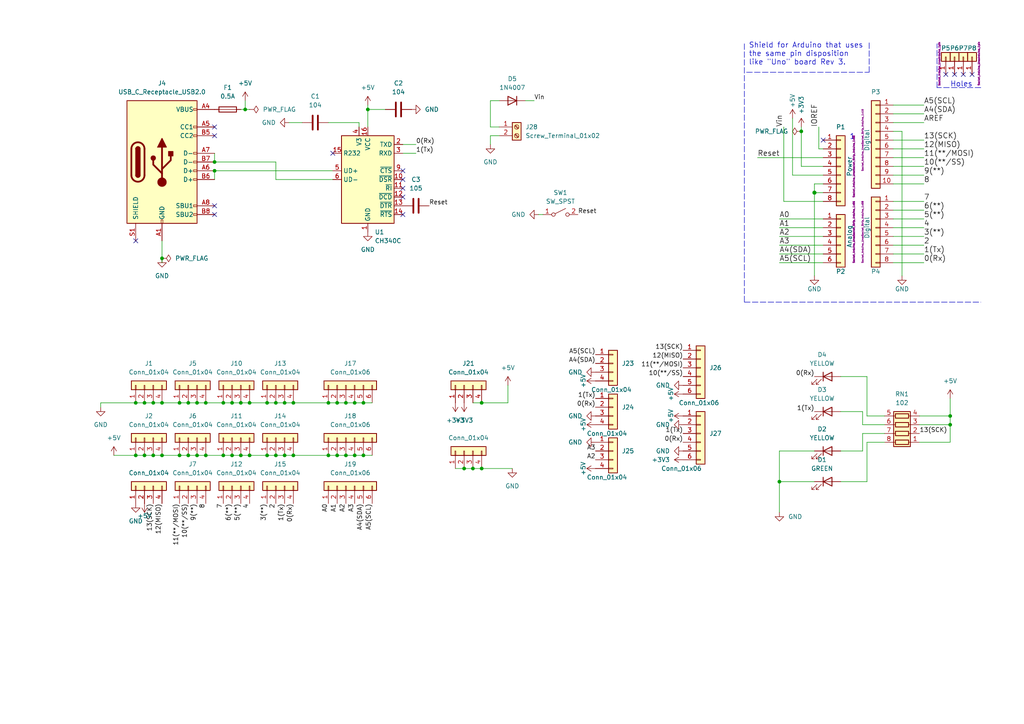
<source format=kicad_sch>
(kicad_sch (version 20211123) (generator eeschema)
  (paper "A4")
  (title_block (title "Type-c IO Shield For UNO") (date "2022-03-02") (rev "1.0") (company "St.kai") (comment 1 "Copyright © 2022 St.kai.") (comment 2 "Available under the GNU General Public License v3.0 or later."))
  (lib_symbols
    (symbol "Connector:Screw_Terminal_01x02" (pin_names (offset 1.016) hide)
      (property "Reference" "J" (at 0 2.54 0))
      (property "Value" "Screw_Terminal_01x02" (at 0 -5.08 0))
      (symbol "Screw_Terminal_01x02_1_1"
        (rectangle (start -1.27 1.27) (end 1.27 -3.81) (stroke (width 0.254)) (fill (type background)))
        (circle (center 0 -2.54) (radius 0.635) (stroke (width 0.1524)))
        (polyline (pts (xy -0.5334 -2.2098) (xy 0.3302 -3.048)) (stroke (width 0.1524)))
        (polyline (pts (xy -0.5334 0.3302) (xy 0.3302 -0.508)) (stroke (width 0.1524)))
        (polyline (pts (xy -0.3556 -2.032) (xy 0.508 -2.8702)) (stroke (width 0.1524)))
        (polyline (pts (xy -0.3556 0.508) (xy 0.508 -0.3302)) (stroke (width 0.1524)))
        (circle (center 0 0) (radius 0.635) (stroke (width 0.1524)))
        (pin passive line (at -5.08 0 0) (length 3.81) (name "Pin_1") (number "1"))
        (pin passive line (at -5.08 -2.54 0) (length 3.81) (name "Pin_2") (number "2"))
      )
    )
    (symbol "Connector:USB_C_Receptacle_USB2.0" (pin_names (offset 1.016))
      (property "Reference" "J" (at -10.16 19.05 0))
      (property "Value" "USB_C_Receptacle_USB2.0" (at 19.05 19.05 0))
      (symbol "USB_C_Receptacle_USB2.0_0_0"
        (rectangle (start -0.254 -17.78) (end 0.254 -16.764))
        (rectangle (start 10.16 -14.986) (end 9.144 -15.494))
        (rectangle (start 10.16 -12.446) (end 9.144 -12.954))
        (rectangle (start 10.16 -4.826) (end 9.144 -5.334))
        (rectangle (start 10.16 -2.286) (end 9.144 -2.794))
        (rectangle (start 10.16 0.254) (end 9.144 -0.254))
        (rectangle (start 10.16 2.794) (end 9.144 2.286))
        (rectangle (start 10.16 7.874) (end 9.144 7.366))
        (rectangle (start 10.16 10.414) (end 9.144 9.906))
        (rectangle (start 10.16 15.494) (end 9.144 14.986))
      )
      (symbol "USB_C_Receptacle_USB2.0_0_1"
        (rectangle (start -10.16 17.78) (end 10.16 -17.78) (stroke (width 0.254)) (fill (type background)))
        (arc (start -8.89 -3.81) (mid -6.985 -5.715) (end -5.08 -3.81) (stroke (width 0.508)))
        (arc (start -7.62 -3.81) (mid -6.985 -4.445) (end -6.35 -3.81) (stroke (width 0.254)))
        (arc (start -7.62 -3.81) (mid -6.985 -4.445) (end -6.35 -3.81) (stroke (width 0.254)) (fill (type outline)))
        (rectangle (start -7.62 -3.81) (end -6.35 3.81) (stroke (width 0.254)) (fill (type outline)))
        (arc (start -6.35 3.81) (mid -6.985 4.445) (end -7.62 3.81) (stroke (width 0.254)))
        (arc (start -6.35 3.81) (mid -6.985 4.445) (end -7.62 3.81) (stroke (width 0.254)) (fill (type outline)))
        (arc (start -5.08 3.81) (mid -6.985 5.715) (end -8.89 3.81) (stroke (width 0.508)))
        (circle (center -2.54 1.143) (radius 0.635) (stroke (width 0.254)) (fill (type outline)))
        (circle (center 0 -5.842) (radius 1.27) (fill (type outline)))
        (polyline (pts (xy -8.89 -3.81) (xy -8.89 3.81)) (stroke (width 0.508)))
        (polyline (pts (xy -5.08 3.81) (xy -5.08 -3.81)) (stroke (width 0.508)))
        (polyline (pts (xy 0 -5.842) (xy 0 4.318)) (stroke (width 0.508)))
        (polyline (pts (xy 0 -3.302) (xy -2.54 -0.762) (xy -2.54 0.508)) (stroke (width 0.508)))
        (polyline (pts (xy 0 -2.032) (xy 2.54 0.508) (xy 2.54 1.778)) (stroke (width 0.508)))
        (polyline (pts (xy -1.27 4.318) (xy 0 6.858) (xy 1.27 4.318) (xy -1.27 4.318)) (stroke (width 0.254)) (fill (type outline)))
        (rectangle (start 1.905 1.778) (end 3.175 3.048) (stroke (width 0.254)) (fill (type outline)))
      )
      (symbol "USB_C_Receptacle_USB2.0_1_1"
        (pin passive line (at 0 -22.86 90) (length 5.08) (name "GND") (number "A1"))
        (pin passive line (at 0 -22.86 90) (length 5.08) hide (name "GND") (number "A12"))
        (pin passive line (at 15.24 15.24 180) (length 5.08) (name "VBUS") (number "A4"))
        (pin bidirectional line (at 15.24 10.16 180) (length 5.08) (name "CC1") (number "A5"))
        (pin bidirectional line (at 15.24 -2.54 180) (length 5.08) (name "D+") (number "A6"))
        (pin bidirectional line (at 15.24 2.54 180) (length 5.08) (name "D-") (number "A7"))
        (pin bidirectional line (at 15.24 -12.7 180) (length 5.08) (name "SBU1") (number "A8"))
        (pin passive line (at 15.24 15.24 180) (length 5.08) hide (name "VBUS") (number "A9"))
        (pin passive line (at 0 -22.86 90) (length 5.08) hide (name "GND") (number "B1"))
        (pin passive line (at 0 -22.86 90) (length 5.08) hide (name "GND") (number "B12"))
        (pin passive line (at 15.24 15.24 180) (length 5.08) hide (name "VBUS") (number "B4"))
        (pin bidirectional line (at 15.24 7.62 180) (length 5.08) (name "CC2") (number "B5"))
        (pin bidirectional line (at 15.24 -5.08 180) (length 5.08) (name "D+") (number "B6"))
        (pin bidirectional line (at 15.24 0 180) (length 5.08) (name "D-") (number "B7"))
        (pin bidirectional line (at 15.24 -15.24 180) (length 5.08) (name "SBU2") (number "B8"))
        (pin passive line (at 15.24 15.24 180) (length 5.08) hide (name "VBUS") (number "B9"))
        (pin passive line (at -7.62 -22.86 90) (length 5.08) (name "SHIELD") (number "S1"))
      )
    )
    (symbol "Connector_Generic:Conn_01x01" (pin_names (offset 1.016) hide)
      (property "Reference" "J" (at 0 2.54 0))
      (property "Value" "Conn_01x01" (at 0 -2.54 0))
      (symbol "Conn_01x01_1_1"
        (rectangle (start -1.27 0.127) (end 0 -0.127) (stroke (width 0.1524)))
        (rectangle (start -1.27 1.27) (end 1.27 -1.27) (stroke (width 0.254)) (fill (type background)))
        (pin passive line (at -5.08 0 0) (length 3.81) (name "Pin_1") (number "1"))
      )
    )
    (symbol "Connector_Generic:Conn_01x04" (pin_names (offset 1.016) hide)
      (property "Reference" "J" (at 0 5.08 0))
      (property "Value" "Conn_01x04" (at 0 -7.62 0))
      (symbol "Conn_01x04_1_1"
        (rectangle (start -1.27 -4.953) (end 0 -5.207) (stroke (width 0.1524)))
        (rectangle (start -1.27 -2.413) (end 0 -2.667) (stroke (width 0.1524)))
        (rectangle (start -1.27 0.127) (end 0 -0.127) (stroke (width 0.1524)))
        (rectangle (start -1.27 2.667) (end 0 2.413) (stroke (width 0.1524)))
        (rectangle (start -1.27 3.81) (end 1.27 -6.35) (stroke (width 0.254)) (fill (type background)))
        (pin passive line (at -5.08 2.54 0) (length 3.81) (name "Pin_1") (number "1"))
        (pin passive line (at -5.08 0 0) (length 3.81) (name "Pin_2") (number "2"))
        (pin passive line (at -5.08 -2.54 0) (length 3.81) (name "Pin_3") (number "3"))
        (pin passive line (at -5.08 -5.08 0) (length 3.81) (name "Pin_4") (number "4"))
      )
    )
    (symbol "Connector_Generic:Conn_01x06" (pin_names (offset 1.016) hide)
      (property "Reference" "J" (at 0 7.62 0))
      (property "Value" "Conn_01x06" (at 0 -10.16 0))
      (symbol "Conn_01x06_1_1"
        (rectangle (start -1.27 -7.493) (end 0 -7.747) (stroke (width 0.1524)))
        (rectangle (start -1.27 -4.953) (end 0 -5.207) (stroke (width 0.1524)))
        (rectangle (start -1.27 -2.413) (end 0 -2.667) (stroke (width 0.1524)))
        (rectangle (start -1.27 0.127) (end 0 -0.127) (stroke (width 0.1524)))
        (rectangle (start -1.27 2.667) (end 0 2.413) (stroke (width 0.1524)))
        (rectangle (start -1.27 5.207) (end 0 4.953) (stroke (width 0.1524)))
        (rectangle (start -1.27 6.35) (end 1.27 -8.89) (stroke (width 0.254)) (fill (type background)))
        (pin passive line (at -5.08 5.08 0) (length 3.81) (name "Pin_1") (number "1"))
        (pin passive line (at -5.08 2.54 0) (length 3.81) (name "Pin_2") (number "2"))
        (pin passive line (at -5.08 0 0) (length 3.81) (name "Pin_3") (number "3"))
        (pin passive line (at -5.08 -2.54 0) (length 3.81) (name "Pin_4") (number "4"))
        (pin passive line (at -5.08 -5.08 0) (length 3.81) (name "Pin_5") (number "5"))
        (pin passive line (at -5.08 -7.62 0) (length 3.81) (name "Pin_6") (number "6"))
      )
    )
    (symbol "Connector_Generic:Conn_01x08" (pin_names (offset 1.016) hide)
      (property "Reference" "J" (at 0 10.16 0))
      (property "Value" "Conn_01x08" (at 0 -12.7 0))
      (symbol "Conn_01x08_1_1"
        (rectangle (start -1.27 -10.033) (end 0 -10.287) (stroke (width 0.1524)))
        (rectangle (start -1.27 -7.493) (end 0 -7.747) (stroke (width 0.1524)))
        (rectangle (start -1.27 -4.953) (end 0 -5.207) (stroke (width 0.1524)))
        (rectangle (start -1.27 -2.413) (end 0 -2.667) (stroke (width 0.1524)))
        (rectangle (start -1.27 0.127) (end 0 -0.127) (stroke (width 0.1524)))
        (rectangle (start -1.27 2.667) (end 0 2.413) (stroke (width 0.1524)))
        (rectangle (start -1.27 5.207) (end 0 4.953) (stroke (width 0.1524)))
        (rectangle (start -1.27 7.747) (end 0 7.493) (stroke (width 0.1524)))
        (rectangle (start -1.27 8.89) (end 1.27 -11.43) (stroke (width 0.254)) (fill (type background)))
        (pin passive line (at -5.08 7.62 0) (length 3.81) (name "Pin_1") (number "1"))
        (pin passive line (at -5.08 5.08 0) (length 3.81) (name "Pin_2") (number "2"))
        (pin passive line (at -5.08 2.54 0) (length 3.81) (name "Pin_3") (number "3"))
        (pin passive line (at -5.08 0 0) (length 3.81) (name "Pin_4") (number "4"))
        (pin passive line (at -5.08 -2.54 0) (length 3.81) (name "Pin_5") (number "5"))
        (pin passive line (at -5.08 -5.08 0) (length 3.81) (name "Pin_6") (number "6"))
        (pin passive line (at -5.08 -7.62 0) (length 3.81) (name "Pin_7") (number "7"))
        (pin passive line (at -5.08 -10.16 0) (length 3.81) (name "Pin_8") (number "8"))
      )
    )
    (symbol "Connector_Generic:Conn_01x10" (pin_names (offset 1.016) hide)
      (property "Reference" "J" (at 0 12.7 0))
      (property "Value" "Conn_01x10" (at 0 -15.24 0))
      (symbol "Conn_01x10_1_1"
        (rectangle (start -1.27 -12.573) (end 0 -12.827) (stroke (width 0.1524)))
        (rectangle (start -1.27 -10.033) (end 0 -10.287) (stroke (width 0.1524)))
        (rectangle (start -1.27 -7.493) (end 0 -7.747) (stroke (width 0.1524)))
        (rectangle (start -1.27 -4.953) (end 0 -5.207) (stroke (width 0.1524)))
        (rectangle (start -1.27 -2.413) (end 0 -2.667) (stroke (width 0.1524)))
        (rectangle (start -1.27 0.127) (end 0 -0.127) (stroke (width 0.1524)))
        (rectangle (start -1.27 2.667) (end 0 2.413) (stroke (width 0.1524)))
        (rectangle (start -1.27 5.207) (end 0 4.953) (stroke (width 0.1524)))
        (rectangle (start -1.27 7.747) (end 0 7.493) (stroke (width 0.1524)))
        (rectangle (start -1.27 10.287) (end 0 10.033) (stroke (width 0.1524)))
        (rectangle (start -1.27 11.43) (end 1.27 -13.97) (stroke (width 0.254)) (fill (type background)))
        (pin passive line (at -5.08 10.16 0) (length 3.81) (name "Pin_1") (number "1"))
        (pin passive line (at -5.08 -12.7 0) (length 3.81) (name "Pin_10") (number "10"))
        (pin passive line (at -5.08 7.62 0) (length 3.81) (name "Pin_2") (number "2"))
        (pin passive line (at -5.08 5.08 0) (length 3.81) (name "Pin_3") (number "3"))
        (pin passive line (at -5.08 2.54 0) (length 3.81) (name "Pin_4") (number "4"))
        (pin passive line (at -5.08 0 0) (length 3.81) (name "Pin_5") (number "5"))
        (pin passive line (at -5.08 -2.54 0) (length 3.81) (name "Pin_6") (number "6"))
        (pin passive line (at -5.08 -5.08 0) (length 3.81) (name "Pin_7") (number "7"))
        (pin passive line (at -5.08 -7.62 0) (length 3.81) (name "Pin_8") (number "8"))
        (pin passive line (at -5.08 -10.16 0) (length 3.81) (name "Pin_9") (number "9"))
      )
    )
    (symbol "Device:C" (pin_numbers hide) (pin_names (offset 0.254))
      (property "Reference" "C" (at 0.635 2.54 0))
      (property "Value" "C" (at 0.635 -2.54 0))
      (symbol "C_0_1"
        (polyline (pts (xy -2.032 -0.762) (xy 2.032 -0.762)) (stroke (width 0.508)))
        (polyline (pts (xy -2.032 0.762) (xy 2.032 0.762)) (stroke (width 0.508)))
      )
      (symbol "C_1_1"
        (pin passive line (at 0 3.81 270) (length 2.794) (name "~") (number "1"))
        (pin passive line (at 0 -3.81 90) (length 2.794) (name "~") (number "2"))
      )
    )
    (symbol "Device:Fuse" (pin_numbers hide) (pin_names (offset 0))
      (property "Reference" "F" (at 2.032 0 90))
      (property "Value" "Fuse" (at -1.905 0 90))
      (symbol "Fuse_0_1"
        (rectangle (start -0.762 -2.54) (end 0.762 2.54) (stroke (width 0.254)))
        (polyline (pts (xy 0 2.54) (xy 0 -2.54)))
      )
      (symbol "Fuse_1_1"
        (pin passive line (at 0 3.81 270) (length 1.27) (name "~") (number "1"))
        (pin passive line (at 0 -3.81 90) (length 1.27) (name "~") (number "2"))
      )
    )
    (symbol "Device:LED" (pin_numbers hide) (pin_names (offset 1.016) hide)
      (property "Reference" "D" (at 0 2.54 0))
      (property "Value" "LED" (at 0 -2.54 0))
      (symbol "LED_0_1"
        (polyline (pts (xy -1.27 -1.27) (xy -1.27 1.27)) (stroke (width 0.254)))
        (polyline (pts (xy -1.27 0) (xy 1.27 0)))
        (polyline (pts (xy 1.27 -1.27) (xy 1.27 1.27) (xy -1.27 0) (xy 1.27 -1.27)) (stroke (width 0.254)))
        (polyline (pts (xy -3.048 -0.762) (xy -4.572 -2.286) (xy -3.81 -2.286) (xy -4.572 -2.286) (xy -4.572 -1.524)))
        (polyline (pts (xy -1.778 -0.762) (xy -3.302 -2.286) (xy -2.54 -2.286) (xy -3.302 -2.286) (xy -3.302 -1.524)))
      )
      (symbol "LED_1_1"
        (pin passive line (at -3.81 0 0) (length 2.54) (name "K") (number "1"))
        (pin passive line (at 3.81 0 180) (length 2.54) (name "A") (number "2"))
      )
    )
    (symbol "Device:R_Pack04" (pin_names (offset 0) hide)
      (property "Reference" "RN" (at -7.62 0 90))
      (property "Value" "R_Pack04" (at 5.08 0 90))
      (symbol "R_Pack04_0_1"
        (rectangle (start -6.35 -2.413) (end 3.81 2.413) (stroke (width 0.254)) (fill (type background)))
        (rectangle (start -5.715 1.905) (end -4.445 -1.905) (stroke (width 0.254)))
        (rectangle (start -3.175 1.905) (end -1.905 -1.905) (stroke (width 0.254)))
        (rectangle (start -0.635 1.905) (end 0.635 -1.905) (stroke (width 0.254)))
        (polyline (pts (xy -5.08 -2.54) (xy -5.08 -1.905)))
        (polyline (pts (xy -5.08 1.905) (xy -5.08 2.54)))
        (polyline (pts (xy -2.54 -2.54) (xy -2.54 -1.905)))
        (polyline (pts (xy -2.54 1.905) (xy -2.54 2.54)))
        (polyline (pts (xy 0 -2.54) (xy 0 -1.905)))
        (polyline (pts (xy 0 1.905) (xy 0 2.54)))
        (polyline (pts (xy 2.54 -2.54) (xy 2.54 -1.905)))
        (polyline (pts (xy 2.54 1.905) (xy 2.54 2.54)))
        (rectangle (start 1.905 1.905) (end 3.175 -1.905) (stroke (width 0.254)))
      )
      (symbol "R_Pack04_1_1"
        (pin passive line (at -5.08 -5.08 90) (length 2.54) (name "R1.1") (number "1"))
        (pin passive line (at -2.54 -5.08 90) (length 2.54) (name "R2.1") (number "2"))
        (pin passive line (at 0 -5.08 90) (length 2.54) (name "R3.1") (number "3"))
        (pin passive line (at 2.54 -5.08 90) (length 2.54) (name "R4.1") (number "4"))
        (pin passive line (at 2.54 5.08 270) (length 2.54) (name "R4.2") (number "5"))
        (pin passive line (at 0 5.08 270) (length 2.54) (name "R3.2") (number "6"))
        (pin passive line (at -2.54 5.08 270) (length 2.54) (name "R2.2") (number "7"))
        (pin passive line (at -5.08 5.08 270) (length 2.54) (name "R1.2") (number "8"))
      )
    )
    (symbol "Diode:1N4007" (pin_numbers hide) (pin_names (offset 1.016) hide)
      (property "Reference" "D" (at 0 2.54 0))
      (property "Value" "1N4007" (at 0 -2.54 0))
      (symbol "1N4007_0_1"
        (polyline (pts (xy -1.27 1.27) (xy -1.27 -1.27)) (stroke (width 0.254)))
        (polyline (pts (xy 1.27 0) (xy -1.27 0)))
        (polyline (pts (xy 1.27 1.27) (xy 1.27 -1.27) (xy -1.27 0) (xy 1.27 1.27)) (stroke (width 0.254)))
      )
      (symbol "1N4007_1_1"
        (pin passive line (at -3.81 0 0) (length 2.54) (name "K") (number "1"))
        (pin passive line (at 3.81 0 180) (length 2.54) (name "A") (number "2"))
      )
    )
    (symbol "Interface_USB:CH340C"
      (property "Reference" "U" (at -5.08 13.97 0))
      (property "Value" "CH340C" (at 1.27 13.97 0))
      (symbol "CH340C_0_1"
        (rectangle (start -7.62 12.7) (end 7.62 -12.7) (stroke (width 0.254)) (fill (type background)))
      )
      (symbol "CH340C_1_1"
        (pin power_in line (at 0 -15.24 90) (length 2.54) (name "GND") (number "1"))
        (pin input line (at 10.16 0 180) (length 2.54) (name "~{DSR}") (number "10"))
        (pin input line (at 10.16 -2.54 180) (length 2.54) (name "~{RI}") (number "11"))
        (pin input line (at 10.16 -5.08 180) (length 2.54) (name "~{DCD}") (number "12"))
        (pin output line (at 10.16 -7.62 180) (length 2.54) (name "~{DTR}") (number "13"))
        (pin output line (at 10.16 -10.16 180) (length 2.54) (name "~{RTS}") (number "14"))
        (pin input line (at -10.16 7.62 0) (length 2.54) (name "R232") (number "15"))
        (pin power_in line (at 0 15.24 270) (length 2.54) (name "VCC") (number "16"))
        (pin output line (at 10.16 10.16 180) (length 2.54) (name "TXD") (number "2"))
        (pin input line (at 10.16 7.62 180) (length 2.54) (name "RXD") (number "3"))
        (pin passive line (at -2.54 15.24 270) (length 2.54) (name "V3") (number "4"))
        (pin bidirectional line (at -10.16 2.54 0) (length 2.54) (name "UD+") (number "5"))
        (pin bidirectional line (at -10.16 0 0) (length 2.54) (name "UD-") (number "6"))
        (pin no_connect line (at -7.62 -7.62 0) (length 2.54) hide (name "NC") (number "7"))
        (pin no_connect line (at -7.62 -10.16 0) (length 2.54) hide (name "NC") (number "8"))
        (pin input line (at 10.16 2.54 180) (length 2.54) (name "~{CTS}") (number "9"))
      )
    )
    (symbol "Switch:SW_SPST" (pin_names (offset 0) hide)
      (property "Reference" "SW" (at 0 3.175 0))
      (property "Value" "SW_SPST" (at 0 -2.54 0))
      (symbol "SW_SPST_0_0"
        (circle (center -2.032 0) (radius 0.508))
        (polyline (pts (xy -1.524 0.254) (xy 1.524 1.778)))
        (circle (center 2.032 0) (radius 0.508))
      )
      (symbol "SW_SPST_1_1"
        (pin passive line (at -5.08 0 0) (length 2.54) (name "A") (number "1"))
        (pin passive line (at 5.08 0 180) (length 2.54) (name "B") (number "2"))
      )
    )
    (symbol "power:+3.3V" (power) (pin_names (offset 0))
      (property "Value" "+3.3V" (at 0 3.556 0))
      (symbol "+3.3V_0_1"
        (polyline (pts (xy -0.762 1.27) (xy 0 2.54)))
        (polyline (pts (xy 0 0) (xy 0 2.54)))
        (polyline (pts (xy 0 2.54) (xy 0.762 1.27)))
      )
      (symbol "+3.3V_1_1"
        (pin power_in line (at 0 0 90) (length 0) hide (name "+3V3") (number "1"))
      )
    )
    (symbol "power:+5V" (power) (pin_names (offset 0))
      (property "Value" "+5V" (at 0 3.556 0))
      (symbol "+5V_0_1"
        (polyline (pts (xy -0.762 1.27) (xy 0 2.54)))
        (polyline (pts (xy 0 0) (xy 0 2.54)))
        (polyline (pts (xy 0 2.54) (xy 0.762 1.27)))
      )
      (symbol "+5V_1_1"
        (pin power_in line (at 0 0 90) (length 0) hide (name "+5V") (number "1"))
      )
    )
    (symbol "power:GND" (power) (pin_names (offset 0))
      (property "Value" "GND" (at 0 -3.81 0))
      (symbol "GND_0_1"
        (polyline (pts (xy 0 0) (xy 0 -1.27) (xy 1.27 -1.27) (xy 0 -2.54) (xy -1.27 -1.27) (xy 0 -1.27)))
      )
      (symbol "GND_1_1"
        (pin power_in line (at 0 0 270) (length 0) hide (name "GND") (number "1"))
      )
    )
    (symbol "power:PWR_FLAG" (power) (pin_numbers hide) (pin_names (offset 0) hide)
      (property "Value" "PWR_FLAG" (at 0 3.81 0))
      (symbol "PWR_FLAG_0_0"
        (pin power_out line (at 0 0 90) (length 0) (name "pwr") (number "1"))
      )
      (symbol "PWR_FLAG_0_1"
        (polyline (pts (xy 0 0) (xy 0 1.27) (xy -1.016 1.905) (xy 0 2.54) (xy 1.016 1.905) (xy 0 1.27)))
      )
    )
  )
  (junction (at 97.79 116.84))
  (junction (at 71.12 31.75))
  (junction (at 46.99 74.93))
  (junction (at 39.37 116.84))
  (junction (at 139.7 135.89))
  (junction (at 64.77 116.84))
  (junction (at 59.69 116.84))
  (junction (at 100.33 116.84))
  (junction (at 236.22 55.88) (diameter 1.016))
  (junction (at 44.45 116.84))
  (junction (at 275.59 123.19))
  (junction (at 46.99 132.08))
  (junction (at 226.06 139.7))
  (junction (at 102.87 116.84))
  (junction (at 134.62 135.89))
  (junction (at 105.41 132.08))
  (junction (at 232.41 38.1))
  (junction (at 52.07 116.84))
  (junction (at 41.91 132.08))
  (junction (at 69.85 116.84))
  (junction (at 80.01 116.84))
  (junction (at 105.41 116.84))
  (junction (at 59.69 132.08))
  (junction (at 41.91 116.84))
  (junction (at 77.47 132.08))
  (junction (at 82.55 116.84))
  (junction (at 67.31 116.84))
  (junction (at 67.31 132.08))
  (junction (at 82.55 132.08))
  (junction (at 102.87 132.08))
  (junction (at 95.25 116.84))
  (junction (at 275.59 120.65))
  (junction (at 69.85 132.08))
  (junction (at 139.7 116.84))
  (junction (at 62.23 49.53))
  (junction (at 97.79 132.08))
  (junction (at 39.37 132.08))
  (junction (at 54.61 116.84))
  (junction (at 72.39 132.08))
  (junction (at 72.39 116.84))
  (junction (at 100.33 132.08))
  (junction (at 106.68 31.75))
  (junction (at 64.77 132.08))
  (junction (at 46.99 116.84))
  (junction (at 57.15 132.08))
  (junction (at 77.47 116.84))
  (junction (at 95.25 132.08))
  (junction (at 44.45 132.08))
  (junction (at 85.09 132.08))
  (junction (at 137.16 135.89))
  (junction (at 62.23 46.99))
  (junction (at 85.09 116.84))
  (junction (at 80.01 132.08))
  (junction (at 57.15 116.84))
  (junction (at 54.61 132.08))
  (junction (at 52.07 132.08))
  (no_connect (at 62.23 39.37))
  (no_connect (at 116.84 62.23))
  (no_connect (at 279.4 21.59))
  (no_connect (at 274.32 21.59))
  (no_connect (at 116.84 49.53))
  (no_connect (at 116.84 54.61))
  (no_connect (at 62.23 59.69))
  (no_connect (at 39.37 69.85))
  (no_connect (at 276.86 21.59))
  (no_connect (at 281.94 21.59))
  (no_connect (at 116.84 52.07))
  (no_connect (at 62.23 62.23))
  (no_connect (at 238.76 40.64))
  (no_connect (at 116.84 57.15))
  (no_connect (at 96.52 44.45))
  (no_connect (at 62.23 36.83))
  (wire (pts (xy 54.61 116.84) (xy 52.07 116.84)))
  (wire (pts (xy 132.08 135.89) (xy 134.62 135.89)))
  (wire (pts (xy 69.85 132.08) (xy 67.31 132.08)))
  (wire (pts (xy 238.76 48.26) (xy 232.41 48.26)))
  (wire (pts (xy 238.76 71.12) (xy 226.06 71.12)))
  (wire (pts (xy 251.46 120.65) (xy 256.54 120.65)))
  (wire (pts (xy 71.12 31.75) (xy 72.39 31.75)))
  (wire (pts (xy 266.7 120.65) (xy 275.59 120.65)))
  (polyline (pts (xy 252.095 20.955) (xy 252.095 12.065)) (stroke (width 0) (type dash)))
  (wire (pts (xy 41.91 132.08) (xy 39.37 132.08)))
  (wire (pts (xy 259.08 63.5) (xy 267.97 63.5)))
  (wire (pts (xy 275.59 120.65) (xy 275.59 123.19)))
  (wire (pts (xy 266.7 123.19) (xy 275.59 123.19)))
  (wire (pts (xy 104.14 35.56) (xy 104.14 36.83)))
  (wire (pts (xy 62.23 49.53) (xy 96.52 49.53)))
  (wire (pts (xy 95.25 132.08) (xy 85.09 132.08)))
  (wire (pts (xy 82.55 116.84) (xy 80.01 116.84)))
  (wire (pts (xy 57.15 132.08) (xy 54.61 132.08)))
  (wire (pts (xy 59.69 132.08) (xy 57.15 132.08)))
  (wire (pts (xy 275.59 128.27) (xy 266.7 128.27)))
  (wire (pts (xy 107.95 132.08) (xy 105.41 132.08)))
  (wire (pts (xy 71.12 29.21) (xy 71.12 31.75)))
  (wire (pts (xy 154.94 29.21) (xy 152.4 29.21)))
  (wire (pts (xy 275.59 123.19) (xy 275.59 128.27)))
  (wire (pts (xy 147.32 116.84) (xy 147.32 111.76)))
  (wire (pts (xy 72.39 116.84) (xy 69.85 116.84)))
  (wire (pts (xy 250.19 123.19) (xy 256.54 123.19)))
  (wire (pts (xy 102.87 132.08) (xy 100.33 132.08)))
  (wire (pts (xy 236.22 53.34) (xy 236.22 55.88)))
  (wire (pts (xy 102.87 116.84) (xy 100.33 116.84)))
  (wire (pts (xy 259.08 43.18) (xy 267.97 43.18)))
  (wire (pts (xy 261.62 38.1) (xy 261.62 80.01)))
  (wire (pts (xy 77.47 116.84) (xy 72.39 116.84)))
  (wire (pts (xy 238.76 53.34) (xy 236.22 53.34)))
  (wire (pts (xy 62.23 44.45) (xy 62.23 46.99)))
  (wire (pts (xy 69.85 116.84) (xy 67.31 116.84)))
  (wire (pts (xy 156.21 62.23) (xy 157.48 62.23)))
  (wire (pts (xy 139.7 116.84) (xy 147.32 116.84)))
  (wire (pts (xy 116.84 44.45) (xy 120.65 44.45)))
  (wire (pts (xy 46.99 74.93) (xy 46.99 76.2)))
  (wire (pts (xy 72.39 132.08) (xy 69.85 132.08)))
  (wire (pts (xy 85.09 116.84) (xy 82.55 116.84)))
  (wire (pts (xy 105.41 116.84) (xy 102.87 116.84)))
  (wire (pts (xy 259.08 53.34) (xy 267.97 53.34)))
  (wire (pts (xy 237.49 43.18) (xy 238.76 43.18)))
  (wire (pts (xy 243.84 109.22) (xy 251.46 109.22)))
  (wire (pts (xy 238.76 50.8) (xy 229.87 50.8)))
  (wire (pts (xy 96.52 52.07) (xy 80.01 52.07)))
  (wire (pts (xy 251.46 128.27) (xy 251.46 139.7)))
  (wire (pts (xy 226.06 130.81) (xy 226.06 139.7)))
  (wire (pts (xy 226.06 130.81) (xy 236.22 130.81)))
  (wire (pts (xy 259.08 40.64) (xy 267.97 40.64)))
  (wire (pts (xy 250.19 119.38) (xy 243.84 119.38)))
  (wire (pts (xy 46.99 132.08) (xy 44.45 132.08)))
  (wire (pts (xy 259.08 58.42) (xy 267.97 58.42)))
  (wire (pts (xy 238.76 66.04) (xy 226.06 66.04)))
  (wire (pts (xy 69.85 31.75) (xy 71.12 31.75)))
  (wire (pts (xy 59.69 116.84) (xy 57.15 116.84)))
  (wire (pts (xy 29.21 116.84) (xy 29.21 118.11)))
  (wire (pts (xy 259.08 30.48) (xy 267.97 30.48)))
  (wire (pts (xy 44.45 116.84) (xy 41.91 116.84)))
  (wire (pts (xy 82.55 132.08) (xy 80.01 132.08)))
  (wire (pts (xy 259.08 71.12) (xy 267.97 71.12)))
  (wire (pts (xy 275.59 115.57) (xy 275.59 120.65)))
  (wire (pts (xy 67.31 116.84) (xy 64.77 116.84)))
  (wire (pts (xy 39.37 132.08) (xy 33.02 132.08)))
  (wire (pts (xy 107.95 116.84) (xy 105.41 116.84)))
  (wire (pts (xy 238.76 58.42) (xy 227.33 58.42)))
  (wire (pts (xy 116.84 41.91) (xy 120.65 41.91)))
  (wire (pts (xy 52.07 132.08) (xy 46.99 132.08)))
  (wire (pts (xy 142.24 29.21) (xy 142.24 36.83)))
  (wire (pts (xy 243.84 130.81) (xy 250.19 130.81)))
  (wire (pts (xy 46.99 69.85) (xy 46.99 74.93)))
  (wire (pts (xy 238.76 63.5) (xy 226.06 63.5)))
  (wire (pts (xy 67.31 132.08) (xy 64.77 132.08)))
  (wire (pts (xy 106.68 31.75) (xy 106.68 36.83)))
  (wire (pts (xy 62.23 49.53) (xy 62.23 52.07)))
  (wire (pts (xy 106.68 30.48) (xy 106.68 31.75)))
  (wire (pts (xy 259.08 45.72) (xy 267.97 45.72)))
  (wire (pts (xy 238.76 73.66) (xy 226.06 73.66)))
  (wire (pts (xy 137.16 135.89) (xy 139.7 135.89)))
  (polyline (pts (xy 284.48 25.4) (xy 271.78 25.4)) (stroke (width 0) (type dash)))
  (wire (pts (xy 226.06 139.7) (xy 236.22 139.7)))
  (wire (pts (xy 238.76 45.72) (xy 219.71 45.72)))
  (wire (pts (xy 259.08 38.1) (xy 261.62 38.1)))
  (wire (pts (xy 238.76 55.88) (xy 236.22 55.88)))
  (wire (pts (xy 144.78 29.21) (xy 142.24 29.21)))
  (wire (pts (xy 142.24 39.37) (xy 142.24 41.91)))
  (wire (pts (xy 259.08 50.8) (xy 267.97 50.8)))
  (wire (pts (xy 95.25 116.84) (xy 85.09 116.84)))
  (wire (pts (xy 134.62 135.89) (xy 137.16 135.89)))
  (wire (pts (xy 52.07 116.84) (xy 46.99 116.84)))
  (wire (pts (xy 80.01 116.84) (xy 77.47 116.84)))
  (wire (pts (xy 142.24 36.83) (xy 144.78 36.83)))
  (wire (pts (xy 236.22 55.88) (xy 236.22 80.01)))
  (wire (pts (xy 227.33 58.42) (xy 227.33 36.83)))
  (wire (pts (xy 105.41 132.08) (xy 102.87 132.08)))
  (polyline (pts (xy 215.9 87.63) (xy 284.48 87.63)) (stroke (width 0) (type dash)))
  (wire (pts (xy 139.7 135.89) (xy 148.59 135.89)))
  (wire (pts (xy 259.08 68.58) (xy 267.97 68.58)))
  (wire (pts (xy 142.24 39.37) (xy 144.78 39.37)))
  (wire (pts (xy 57.15 116.84) (xy 54.61 116.84)))
  (wire (pts (xy 238.76 76.2) (xy 226.06 76.2)))
  (wire (pts (xy 80.01 52.07) (xy 80.01 46.99)))
  (wire (pts (xy 259.08 73.66) (xy 267.97 73.66)))
  (polyline (pts (xy 271.78 25.4) (xy 271.78 12.7)) (stroke (width 0) (type dash)))
  (wire (pts (xy 106.68 31.75) (xy 111.76 31.75)))
  (wire (pts (xy 259.08 60.96) (xy 267.97 60.96)))
  (wire (pts (xy 251.46 128.27) (xy 256.54 128.27)))
  (wire (pts (xy 44.45 132.08) (xy 41.91 132.08)))
  (wire (pts (xy 54.61 132.08) (xy 52.07 132.08)))
  (wire (pts (xy 95.25 35.56) (xy 104.14 35.56)))
  (wire (pts (xy 229.87 50.8) (xy 229.87 34.29)))
  (wire (pts (xy 137.16 116.84) (xy 139.7 116.84)))
  (wire (pts (xy 232.41 38.1) (xy 232.41 36.83)))
  (wire (pts (xy 243.84 139.7) (xy 251.46 139.7)))
  (wire (pts (xy 85.09 132.08) (xy 82.55 132.08)))
  (wire (pts (xy 250.19 119.38) (xy 250.19 123.19)))
  (wire (pts (xy 259.08 33.02) (xy 267.97 33.02)))
  (wire (pts (xy 259.08 66.04) (xy 267.97 66.04)))
  (wire (pts (xy 259.08 35.56) (xy 267.97 35.56)))
  (wire (pts (xy 251.46 109.22) (xy 251.46 120.65)))
  (polyline (pts (xy 215.9 12.7) (xy 215.9 87.63)) (stroke (width 0) (type dash)))
  (wire (pts (xy 41.91 116.84) (xy 39.37 116.84)))
  (wire (pts (xy 97.79 116.84) (xy 95.25 116.84)))
  (wire (pts (xy 100.33 132.08) (xy 97.79 132.08)))
  (wire (pts (xy 250.19 125.73) (xy 256.54 125.73)))
  (wire (pts (xy 232.41 48.26) (xy 232.41 38.1)))
  (wire (pts (xy 237.49 36.83) (xy 237.49 43.18)))
  (wire (pts (xy 46.99 116.84) (xy 44.45 116.84)))
  (wire (pts (xy 83.82 35.56) (xy 87.63 35.56)))
  (wire (pts (xy 97.79 132.08) (xy 95.25 132.08)))
  (wire (pts (xy 250.19 130.81) (xy 250.19 125.73)))
  (wire (pts (xy 100.33 116.84) (xy 97.79 116.84)))
  (wire (pts (xy 64.77 132.08) (xy 59.69 132.08)))
  (wire (pts (xy 259.08 76.2) (xy 267.97 76.2)))
  (wire (pts (xy 259.08 48.26) (xy 267.97 48.26)))
  (wire (pts (xy 80.01 132.08) (xy 77.47 132.08)))
  (wire (pts (xy 77.47 132.08) (xy 72.39 132.08)))
  (wire (pts (xy 238.76 68.58) (xy 226.06 68.58)))
  (wire (pts (xy 39.37 116.84) (xy 29.21 116.84)))
  (polyline (pts (xy 216.535 20.955) (xy 252.095 20.955)) (stroke (width 0) (type dash)))
  (wire (pts (xy 64.77 116.84) (xy 59.69 116.84)))
  (wire (pts (xy 226.06 139.7) (xy 226.06 148.59)))
  (wire (pts (xy 62.23 46.99) (xy 80.01 46.99)))
  (text "Holes" (at 275.59 25.4 0) (effects (font (size 1.524 1.524)) (justify left bottom)))
  (text "Shield for Arduino that uses\nthe same pin disposition\nlike \"Uno\" board Rev 3." (at 217.17 19.05 0) (effects (font (size 1.524 1.524)) (justify left bottom)))
  (text "1" (at 246.38 40.64 0) (effects (font (size 1.524 1.524)) (justify left bottom)))
  (label "8" (at 59.69 146.05 270))
  (label "12(MISO)" (at 46.99 146.05 270))
  (label "13(SCK)" (at 44.45 146.05 270))
  (label "Vin" (at 227.33 36.83 90) (effects (font (size 1.524 1.524))))
  (label "1(Tx)" (at 236.22 119.38 180))
  (label "0(Rx)" (at 172.72 118.11 180))
  (label "A2" (at 172.72 133.35 180))
  (label "11(**{slash}MOSI)" (at 198.12 106.68 180))
  (label "11(**{slash}MOSI)" (at 52.07 146.05 270))
  (label "0(Rx)" (at 267.97 76.2 0) (effects (font (size 1.524 1.524))))
  (label "A4(SDA)" (at 226.06 73.66 0) (effects (font (size 1.524 1.524))))
  (label "Reset" (at 124.46 59.69 0))
  (label "3(**)" (at 77.47 146.05 270))
  (label "12(MISO)" (at 198.12 104.14 180))
  (label "A5(SCL)" (at 107.95 146.05 270))
  (label "1(Tx)" (at 172.72 115.57 180))
  (label "0(Rx)" (at 85.09 146.05 270))
  (label "1(Tx)" (at 198.12 125.73 180))
  (label "4" (at 72.39 146.05 270))
  (label "4" (at 267.97 66.04 0) (effects (font (size 1.524 1.524))))
  (label "5(**)" (at 267.97 63.5 0) (effects (font (size 1.524 1.524))))
  (label "A2" (at 226.06 68.58 0) (effects (font (size 1.524 1.524))))
  (label "1(Tx)" (at 120.65 44.45 0))
  (label "A5(SCL)" (at 226.06 76.2 0) (effects (font (size 1.524 1.524))))
  (label "A0" (at 226.06 63.5 0) (effects (font (size 1.524 1.524))))
  (label "10(**{slash}SS)" (at 54.61 146.05 270))
  (label "A1" (at 226.06 66.04 0) (effects (font (size 1.524 1.524))))
  (label "Reset" (at 167.64 62.23 0))
  (label "13(SCK)" (at 198.12 101.6 180))
  (label "0(Rx)" (at 120.65 41.91 0))
  (label "A1" (at 97.79 146.05 270))
  (label "5(**)" (at 69.85 146.05 270))
  (label "A3" (at 172.72 130.81 180))
  (label "10(**/SS)" (at 267.97 48.26 0) (effects (font (size 1.524 1.524))))
  (label "0(Rx)" (at 198.12 128.27 180))
  (label "13(SCK)" (at 267.97 40.64 0) (effects (font (size 1.524 1.524))))
  (label "13(SCK)" (at 266.7 125.73 0))
  (label "A4(SDA)" (at 172.72 105.41 180))
  (label "A5(SCL)" (at 172.72 102.87 180))
  (label "7" (at 267.97 58.42 0) (effects (font (size 1.524 1.524))))
  (label "6(**)" (at 67.31 146.05 270))
  (label "9(**)" (at 57.15 146.05 270))
  (label "A4(SDA)" (at 267.97 33.02 0) (effects (font (size 1.524 1.524))))
  (label "A3" (at 226.06 71.12 0) (effects (font (size 1.524 1.524))))
  (label "Reset" (at 219.71 45.72 0) (effects (font (size 1.524 1.524))))
  (label "2" (at 267.97 71.12 0) (effects (font (size 1.524 1.524))))
  (label "12(MISO)" (at 267.97 43.18 0) (effects (font (size 1.524 1.524))))
  (label "10(**{slash}SS)" (at 198.12 109.22 180))
  (label "3(**)" (at 267.97 68.58 0) (effects (font (size 1.524 1.524))))
  (label "9(**)" (at 267.97 50.8 0) (effects (font (size 1.524 1.524))))
  (label "0(Rx)" (at 236.22 109.22 180))
  (label "7" (at 64.77 146.05 270))
  (label "A4(SDA)" (at 105.41 146.05 270))
  (label "8" (at 267.97 53.34 0) (effects (font (size 1.524 1.524))))
  (label "Vin" (at 154.94 29.21 0))
  (label "A3" (at 102.87 146.05 270))
  (label "A5(SCL)" (at 267.97 30.48 0) (effects (font (size 1.524 1.524))))
  (label "IOREF" (at 237.49 36.83 90) (effects (font (size 1.524 1.524))))
  (label "2" (at 80.01 146.05 270))
  (label "AREF" (at 267.97 35.56 0) (effects (font (size 1.524 1.524))))
  (label "A0" (at 95.25 146.05 270))
  (label "1(Tx)" (at 82.55 146.05 270))
  (label "11(**/MOSI)" (at 267.97 45.72 0) (effects (font (size 1.524 1.524))))
  (label "A2" (at 100.33 146.05 270))
  (label "1(Tx)" (at 267.97 73.66 0) (effects (font (size 1.524 1.524))))
  (label "6(**)" (at 267.97 60.96 0) (effects (font (size 1.524 1.524))))
  (symbol (lib_id "Connector_Generic:Conn_01x08") (at 243.84 48.26 0) (unit 1)
    (property "Reference" "P1" (at 243.84 36.83 0))
    (property "Value" "Power" (at 246.38 48.26 90))
    (property "Footprint" "Socket_Arduino_Uno:Socket_Strip_Arduino_1x08" (at 247.65 48.26 90) (effects (font (size 0.508 0.508))))
  )
  (symbol (lib_id "power:+3.3V") (at 232.41 36.83 0) (unit 1)
    (property "Reference" "#PWR01" (effects hide))
    (property "Value" "+3.3V" (at 232.41 30.48 90))
  )
  (symbol (lib_id "power:+5V") (at 229.87 34.29 0) (unit 1)
    (property "Reference" "#PWR02" (effects hide))
    (property "Value" "+5V" (at 229.87 29.21 90))
  )
  (symbol (lib_id "power:GND") (at 236.22 80.01 0) (unit 1)
    (property "Reference" "#PWR03" (effects hide))
    (property "Value" "GND" (at 236.22 83.82 0))
  )
  (symbol (lib_id "power:GND") (at 261.62 80.01 0) (unit 1)
    (property "Reference" "#PWR04" (effects hide))
    (property "Value" "GND" (at 261.62 83.82 0))
  )
  (symbol (lib_id "Connector_Generic:Conn_01x06") (at 243.84 68.58 0) (unit 1)
    (property "Reference" "P2" (at 243.84 78.74 0))
    (property "Value" "Analog" (at 246.38 68.58 90))
    (property "Footprint" "Socket_Arduino_Uno:Socket_Strip_Arduino_1x06" (at 247.65 67.31 90) (effects (font (size 0.508 0.508))))
  )
  (symbol (lib_id "Connector_Generic:Conn_01x01") (at 274.32 16.51 90) (unit 1)
    (property "Reference" "P5" (at 274.32 13.97 90))
    (property "Value" "CONN_01X01" (effects hide))
    (property "Footprint" "Socket_Arduino_Uno:Arduino_1pin" (at 272.4404 18.5166 0) (effects (font (size 0.508 0.508))))
  )
  (symbol (lib_id "Connector_Generic:Conn_01x01") (at 276.86 16.51 90) (unit 1)
    (property "Reference" "P6" (at 276.86 13.97 90))
    (property "Value" "CONN_01X01" (effects hide))
    (property "Footprint" "Socket_Arduino_Uno:Arduino_1pin" (effects hide))
  )
  (symbol (lib_id "Connector_Generic:Conn_01x01") (at 279.4 16.51 90) (unit 1)
    (property "Reference" "P7" (at 279.4 13.97 90))
    (property "Value" "CONN_01X01" (effects hide))
    (property "Footprint" "Socket_Arduino_Uno:Arduino_1pin" (effects hide))
  )
  (symbol (lib_id "Connector_Generic:Conn_01x01") (at 281.94 16.51 90) (unit 1)
    (property "Reference" "P8" (at 281.94 13.97 90))
    (property "Value" "CONN_01X01" (effects hide))
    (property "Footprint" "Socket_Arduino_Uno:Arduino_1pin" (at 283.9212 18.4404 0) (effects (font (size 0.508 0.508))))
  )
  (symbol (lib_id "Connector_Generic:Conn_01x08") (at 254 66.04 0) (mirror y) (unit 1)
    (property "Reference" "P4" (at 254 78.74 0))
    (property "Value" "Digital" (at 251.46 66.04 90))
    (property "Footprint" "Socket_Arduino_Uno:Socket_Strip_Arduino_1x08" (at 250.19 67.31 90) (effects (font (size 0.508 0.508))))
  )
  (symbol (lib_id "Connector_Generic:Conn_01x10") (at 254 40.64 0) (mirror y) (unit 1)
    (property "Reference" "P3" (at 254 26.67 0))
    (property "Value" "Digital" (at 251.46 40.64 90))
    (property "Footprint" "Socket_Arduino_Uno:Socket_Strip_Arduino_1x10" (at 250.19 40.64 90) (effects (font (size 0.508 0.508))))
  )
  (symbol (lib_id "Connector:USB_C_Receptacle_USB2.0") (at 46.99 46.99 0) (unit 1)
    (property "Reference" "J4" (at 46.99 24.13 0))
    (property "Value" "USB_C_Receptacle_USB2.0" (at 46.99 26.67 0))
    (property "Footprint" "Connector_USB:USB_C_Receptacle_Palconn_UTC16-G" (effects hide))
    (property "Datasheet" "https://www.usb.org/sites/default/files/documents/usb_type-c.zip" (effects hide))
  )
  (symbol (lib_id "power:PWR_FLAG") (at 72.39 31.75 270) (unit 1)
    (property "Reference" "#FLG0101" (effects hide))
    (property "Value" "PWR_FLAG" (at 76.2 31.7499 90) (effects (justify left)))
  )
  (symbol (lib_id "power:GND") (at 106.68 67.31 0) (unit 1)
    (property "Reference" "#PWR0104" (effects hide))
    (property "Value" "GND" (at 106.68 72.39 0))
  )
  (symbol (lib_id "power:GND") (at 148.59 135.89 0) (unit 1)
    (property "Reference" "#PWR0106" (effects hide))
    (property "Value" "GND" (at 148.59 140.97 0))
  )
  (symbol (lib_id "power:GND") (at 39.37 146.05 0) (unit 1)
    (property "Reference" "#PWR0150" (effects hide))
    (property "Value" "GND" (at 39.37 151.13 0))
  )
  (symbol (lib_id "power:PWR_FLAG") (at 46.99 74.93 270) (unit 1)
    (property "Reference" "#FLG0102" (effects hide))
    (property "Value" "PWR_FLAG" (at 50.8 74.9299 90) (effects (justify left)))
  )
  (symbol (lib_id "power:GND") (at 83.82 35.56 270) (unit 1)
    (property "Reference" "#PWR0101" (effects hide))
    (property "Value" "GND" (at 80.01 35.5599 90) (effects (justify right)))
  )
  (symbol (lib_id "power:+3.3V") (at 198.12 133.35 90) (unit 1)
    (property "Reference" "#PWR0176" (effects hide))
    (property "Value" "+3.3V" (at 194.31 133.3499 90) (effects (justify left)))
  )
  (symbol (lib_id "power:+5V") (at 172.72 123.19 90) (unit 1)
    (property "Reference" "#PWR0162" (effects hide))
    (property "Value" "+5V" (at 169.164 123.19 0))
  )
  (symbol (lib_id "Device:C") (at 120.65 59.69 270) (unit 1)
    (property "Reference" "C3" (at 120.65 52.07 90))
    (property "Value" "105" (at 120.65 54.61 90))
    (property "Footprint" "Capacitor_SMD:C_0603_1608Metric" (effects hide))
  )
  (symbol (lib_id "Device:LED") (at 240.03 130.81 0) (unit 1)
    (property "Reference" "D2" (at 238.4425 124.46 0))
    (property "Value" "YELLOW" (at 238.4425 127 0))
    (property "Footprint" "LED_SMD:LED_0805_2012Metric" (effects hide))
  )
  (symbol (lib_id "Connector_Generic:Conn_01x04") (at 67.31 111.76 90) (unit 1)
    (property "Reference" "J10" (at 68.58 105.41 90))
    (property "Value" "Conn_01x04" (at 68.58 107.95 90))
    (property "Footprint" "Connector_PinHeader_2.54mm:PinHeader_1x04_P2.54mm_Vertical" (effects hide))
  )
  (symbol (lib_id "power:+5V") (at 106.68 30.48 0) (unit 1)
    (property "Reference" "#PWR0157" (effects hide))
    (property "Value" "+5V" (at 106.68 25.4 0))
  )
  (symbol (lib_id "power:+5V") (at 198.12 114.3 90) (unit 1)
    (property "Reference" "#PWR0175" (effects hide))
    (property "Value" "+5V" (at 194.564 114.3 0))
  )
  (symbol (lib_id "power:+3.3V") (at 132.08 116.84 180) (unit 1)
    (property "Reference" "#PWR0172" (effects hide))
    (property "Value" "+3.3V" (at 132.08 121.92 0))
  )
  (symbol (lib_id "Device:R_Pack04") (at 261.62 123.19 90) (unit 1)
    (property "Reference" "RN1" (at 261.62 114.3 90))
    (property "Value" "102" (at 261.62 116.84 90))
    (property "Footprint" "Resistor_SMD:R_Array_Convex_4x1206" (effects hide))
  )
  (symbol (lib_id "Device:LED") (at 240.03 119.38 0) (unit 1)
    (property "Reference" "D3" (at 238.4425 113.03 0))
    (property "Value" "YELLOW" (at 238.4425 115.57 0))
    (property "Footprint" "LED_SMD:LED_0805_2012Metric" (effects hide))
  )
  (symbol (lib_id "Connector_Generic:Conn_01x04") (at 41.91 127 90) (unit 1)
    (property "Reference" "J2" (at 43.18 120.65 90))
    (property "Value" "Conn_01x04" (at 43.18 123.19 90))
    (property "Footprint" "Connector_PinHeader_2.54mm:PinHeader_1x04_P2.54mm_Vertical" (effects hide))
  )
  (symbol (lib_id "power:GND") (at 172.72 120.65 270) (unit 1)
    (property "Reference" "#PWR0163" (effects hide))
    (property "Value" "GND" (at 168.91 120.6499 90) (effects (justify right)))
  )
  (symbol (lib_id "power:GND") (at 198.12 111.76 270) (unit 1)
    (property "Reference" "#PWR0174" (effects hide))
    (property "Value" "GND" (at 194.31 111.7599 90) (effects (justify right)))
  )
  (symbol (lib_id "power:GND") (at 46.99 74.93 0) (unit 1)
    (property "Reference" "#PWR0103" (effects hide))
    (property "Value" "GND" (at 46.99 80.01 0))
  )
  (symbol (lib_id "Device:Fuse") (at 66.04 31.75 90) (unit 1)
    (property "Reference" "F1" (at 66.04 25.4 90))
    (property "Value" "0.5A" (at 66.04 27.94 90))
    (property "Footprint" "Fuse:Fuse_1812_4532Metric" (effects hide))
  )
  (symbol (lib_id "Connector_Generic:Conn_01x04") (at 177.8 118.11 0) (unit 1)
    (property "Reference" "J24" (at 180.34 118.1099 0) (effects (justify left)))
    (property "Value" "Conn_01x04" (at 170.18 125.73 0) (effects (justify left)))
    (property "Footprint" "Connector_PinHeader_2.54mm:PinHeader_1x04_P2.54mm_Vertical" (effects hide))
  )
  (symbol (lib_id "power:+5V") (at 198.12 120.65 90) (unit 1)
    (property "Reference" "#PWR0178" (effects hide))
    (property "Value" "+5V" (at 194.564 120.65 0))
  )
  (symbol (lib_id "Connector_Generic:Conn_01x06") (at 203.2 125.73 0) (unit 1)
    (property "Reference" "J27" (at 205.74 125.7299 0) (effects (justify left)))
    (property "Value" "Conn_01x06" (at 191.77 135.89 0) (effects (justify left)))
    (property "Footprint" "Connector_PinSocket_2.54mm:PinSocket_1x06_P2.54mm_Vertical" (effects hide))
  )
  (symbol (lib_id "Connector_Generic:Conn_01x04") (at 54.61 111.76 90) (unit 1)
    (property "Reference" "J5" (at 55.88 105.41 90))
    (property "Value" "Conn_01x04" (at 55.88 107.95 90))
    (property "Footprint" "Connector_PinHeader_2.54mm:PinHeader_1x04_P2.54mm_Vertical" (effects hide))
  )
  (symbol (lib_id "power:GND") (at 198.12 130.81 270) (unit 1)
    (property "Reference" "#PWR0177" (effects hide))
    (property "Value" "GND" (at 194.31 130.8099 90) (effects (justify right)))
  )
  (symbol (lib_id "Connector_Generic:Conn_01x04") (at 54.61 127 90) (unit 1)
    (property "Reference" "J6" (at 55.88 120.65 90))
    (property "Value" "Conn_01x04" (at 55.88 123.19 90))
    (property "Footprint" "Connector_PinHeader_2.54mm:PinHeader_1x04_P2.54mm_Vertical" (effects hide))
  )
  (symbol (lib_id "Connector_Generic:Conn_01x04") (at 80.01 111.76 90) (unit 1)
    (property "Reference" "J13" (at 81.28 105.41 90))
    (property "Value" "Conn_01x04" (at 81.28 107.95 90))
    (property "Footprint" "Connector_PinHeader_2.54mm:PinHeader_1x04_P2.54mm_Vertical" (effects hide))
  )
  (symbol (lib_id "Connector_Generic:Conn_01x04") (at 67.31 140.97 90) (unit 1)
    (property "Reference" "J12" (at 68.58 134.62 90))
    (property "Value" "Conn_01x04" (at 68.58 137.16 90))
    (property "Footprint" "Connector_PinHeader_2.54mm:PinHeader_1x04_P2.54mm_Vertical" (effects hide))
  )
  (symbol (lib_id "power:+5V") (at 147.32 111.76 0) (unit 1)
    (property "Reference" "#PWR0105" (effects hide))
    (property "Value" "+5V" (at 147.32 106.68 0))
  )
  (symbol (lib_id "Connector_Generic:Conn_01x06") (at 100.33 140.97 90) (unit 1)
    (property "Reference" "J19" (at 101.6 134.62 90))
    (property "Value" "Conn_01x06" (at 101.6 137.16 90))
    (property "Footprint" "Connector_PinHeader_2.54mm:PinHeader_1x06_P2.54mm_Vertical" (effects hide))
  )
  (symbol (lib_id "power:+5V") (at 172.72 135.89 90) (unit 1)
    (property "Reference" "#PWR0181" (effects hide))
    (property "Value" "+5V" (at 169.164 135.89 0))
  )
  (symbol (lib_id "Connector_Generic:Conn_01x06") (at 203.2 106.68 0) (unit 1)
    (property "Reference" "J26" (at 205.74 106.6799 0) (effects (justify left)))
    (property "Value" "Conn_01x06" (at 196.85 116.84 0) (effects (justify left)))
    (property "Footprint" "Connector_PinHeader_2.54mm:PinHeader_1x06_P2.54mm_Vertical" (effects hide))
  )
  (symbol (lib_id "Connector_Generic:Conn_01x04") (at 80.01 127 90) (unit 1)
    (property "Reference" "J14" (at 81.28 120.65 90))
    (property "Value" "Conn_01x04" (at 81.28 123.19 90))
    (property "Footprint" "Connector_PinHeader_2.54mm:PinHeader_1x04_P2.54mm_Vertical" (effects hide))
  )
  (symbol (lib_id "Diode:1N4007") (at 148.59 29.21 180) (unit 1)
    (property "Reference" "D5" (at 148.59 22.86 0))
    (property "Value" "1N4007" (at 148.59 25.4 0))
    (property "Footprint" "Diode_SMD:D_SMA" (effects hide))
    (property "Datasheet" "http://www.vishay.com/docs/88503/1n4001.pdf" (effects hide))
  )
  (symbol (lib_id "Device:C") (at 91.44 35.56 90) (unit 1)
    (property "Reference" "C1" (at 91.44 27.94 90))
    (property "Value" "104" (at 91.44 30.48 90))
    (property "Footprint" "Capacitor_SMD:C_0603_1608Metric" (effects hide))
  )
  (symbol (lib_id "Device:LED") (at 240.03 139.7 0) (unit 1)
    (property "Reference" "D1" (at 238.4425 133.35 0))
    (property "Value" "GREEN" (at 238.4425 135.89 0))
    (property "Footprint" "LED_SMD:LED_0805_2012Metric" (effects hide))
  )
  (symbol (lib_id "power:GND") (at 142.24 41.91 0) (unit 1)
    (property "Reference" "#PWR0182" (effects hide))
    (property "Value" "GND" (at 142.24 46.99 0))
  )
  (symbol (lib_id "Connector_Generic:Conn_01x04") (at 80.01 140.97 90) (unit 1)
    (property "Reference" "J15" (at 81.28 134.62 90))
    (property "Value" "Conn_01x04" (at 81.28 137.16 90))
    (property "Footprint" "Connector_PinHeader_2.54mm:PinHeader_1x04_P2.54mm_Vertical" (effects hide))
  )
  (symbol (lib_id "power:+5V") (at 33.02 132.08 0) (unit 1)
    (property "Reference" "#PWR0108" (effects hide))
    (property "Value" "+5V" (at 33.02 127 0))
  )
  (symbol (lib_id "Connector_Generic:Conn_01x04") (at 41.91 140.97 90) (unit 1)
    (property "Reference" "J3" (effects hide))
    (property "Value" "Conn_01x04" (at 43.18 137.16 90))
    (property "Footprint" "Connector_PinHeader_2.54mm:PinHeader_1x04_P2.54mm_Vertical" (effects hide))
  )
  (symbol (lib_id "power:+5V") (at 41.91 146.05 180) (unit 1)
    (property "Reference" "#PWR0151" (effects hide))
    (property "Value" "+5V" (at 41.91 149.606 0))
  )
  (symbol (lib_id "power:GND") (at 156.21 62.23 270) (unit 1)
    (property "Reference" "#PWR0110" (effects hide))
    (property "Value" "GND" (at 152.4 62.2299 90) (effects (justify right)))
  )
  (symbol (lib_id "power:+5V") (at 275.59 115.57 0) (unit 1)
    (property "Reference" "#PWR0109" (effects hide))
    (property "Value" "+5V" (at 275.59 110.49 0))
  )
  (symbol (lib_id "power:GND") (at 198.12 123.19 270) (unit 1)
    (property "Reference" "#PWR0179" (effects hide))
    (property "Value" "GND" (at 194.31 123.1899 90) (effects (justify right)))
  )
  (symbol (lib_id "Connector_Generic:Conn_01x06") (at 100.33 127 90) (unit 1)
    (property "Reference" "J18" (at 101.6 120.65 90))
    (property "Value" "Conn_01x06" (at 101.6 123.19 90))
    (property "Footprint" "Connector_PinHeader_2.54mm:PinHeader_1x06_P2.54mm_Vertical" (effects hide))
  )
  (symbol (lib_id "Connector_Generic:Conn_01x06") (at 100.33 111.76 90) (unit 1)
    (property "Reference" "J17" (at 101.6 105.41 90))
    (property "Value" "Conn_01x06" (at 101.6 107.95 90))
    (property "Footprint" "Connector_PinHeader_2.54mm:PinHeader_1x06_P2.54mm_Vertical" (effects hide))
  )
  (symbol (lib_id "power:GND") (at 172.72 128.27 270) (unit 1)
    (property "Reference" "#PWR0180" (effects hide))
    (property "Value" "GND" (at 168.91 128.2699 90) (effects (justify right)))
  )
  (symbol (lib_id "Connector_Generic:Conn_01x04") (at 177.8 130.81 0) (unit 1)
    (property "Reference" "J25" (at 180.34 130.8099 0) (effects (justify left)))
    (property "Value" "Conn_01x04" (at 170.18 138.43 0) (effects (justify left)))
    (property "Footprint" "Connector_PinHeader_2.54mm:PinHeader_1x04_P2.54mm_Vertical" (effects hide))
  )
  (symbol (lib_id "Connector_Generic:Conn_01x04") (at 67.31 127 90) (unit 1)
    (property "Reference" "J11" (at 68.58 120.65 90))
    (property "Value" "Conn_01x04" (at 68.58 123.19 90))
    (property "Footprint" "Connector_PinHeader_2.54mm:PinHeader_1x04_P2.54mm_Vertical" (effects hide))
  )
  (symbol (lib_id "Connector_Generic:Conn_01x04") (at 134.62 111.76 90) (unit 1)
    (property "Reference" "J21" (at 135.89 105.41 90))
    (property "Value" "Conn_01x04" (at 135.89 107.95 90))
    (property "Footprint" "Connector_PinHeader_2.54mm:PinHeader_1x04_P2.54mm_Vertical" (effects hide))
  )
  (symbol (lib_id "Connector:Screw_Terminal_01x02") (at 149.86 36.83 0) (unit 1)
    (property "Reference" "J28" (at 152.4 36.8299 0) (effects (justify left)))
    (property "Value" "Screw_Terminal_01x02" (at 152.4 39.3699 0) (effects (justify left)))
    (property "Footprint" "TerminalBlock:TerminalBlock_bornier-2_P5.08mm" (effects hide))
  )
  (symbol (lib_id "power:+5V") (at 172.72 110.49 90) (unit 1)
    (property "Reference" "#PWR0168" (effects hide))
    (property "Value" "+5V" (at 169.164 110.49 0))
  )
  (symbol (lib_id "power:+5V") (at 71.12 29.21 0) (unit 1)
    (property "Reference" "#PWR0102" (effects hide))
    (property "Value" "+5V" (at 71.12 24.13 0))
  )
  (symbol (lib_id "Device:LED") (at 240.03 109.22 0) (unit 1)
    (property "Reference" "D4" (at 238.4425 102.87 0))
    (property "Value" "YELLOW" (at 238.4425 105.41 0))
    (property "Footprint" "LED_SMD:LED_0805_2012Metric" (effects hide))
  )
  (symbol (lib_id "Device:C") (at 115.57 31.75 90) (unit 1)
    (property "Reference" "C2" (at 115.57 24.13 90))
    (property "Value" "104" (at 115.57 26.67 90))
    (property "Footprint" "Capacitor_SMD:C_0603_1608Metric" (effects hide))
  )
  (symbol (lib_id "power:GND") (at 29.21 118.11 0) (unit 1)
    (property "Reference" "#PWR0107" (effects hide))
    (property "Value" "GND" (at 29.21 123.19 0))
  )
  (symbol (lib_id "power:GND") (at 226.06 148.59 0) (unit 1)
    (property "Reference" "#PWR0156" (effects hide))
    (property "Value" "GND" (at 228.6 149.8599 0) (effects (justify left)))
  )
  (symbol (lib_id "Switch:SW_SPST") (at 162.56 62.23 0) (unit 1)
    (property "Reference" "SW1" (at 162.56 55.88 0))
    (property "Value" "SW_SPST" (at 162.56 58.42 0))
    (property "Footprint" "Button_Switch_SMD:SW_Push_1P1T_NO_6x6mm_H9.5mm" (effects hide))
  )
  (symbol (lib_id "Connector_Generic:Conn_01x04") (at 54.61 140.97 90) (unit 1)
    (property "Reference" "J7" (at 55.88 134.62 90))
    (property "Value" "Conn_01x04" (at 55.88 137.16 90))
    (property "Footprint" "Connector_PinHeader_2.54mm:PinHeader_1x04_P2.54mm_Vertical" (effects hide))
  )
  (symbol (lib_id "Connector_Generic:Conn_01x04") (at 134.62 130.81 90) (unit 1)
    (property "Reference" "J22" (effects hide))
    (property "Value" "Conn_01x04" (at 135.89 127 90))
    (property "Footprint" "Connector_PinHeader_2.54mm:PinHeader_1x04_P2.54mm_Vertical" (effects hide))
  )
  (symbol (lib_id "power:GND") (at 119.38 31.75 90) (unit 1)
    (property "Reference" "#PWR0158" (effects hide))
    (property "Value" "GND" (at 123.19 31.7499 90) (effects (justify right)))
  )
  (symbol (lib_id "power:GND") (at 172.72 107.95 270) (unit 1)
    (property "Reference" "#PWR0169" (effects hide))
    (property "Value" "GND" (at 168.91 107.9499 90) (effects (justify right)))
  )
  (symbol (lib_id "Connector_Generic:Conn_01x04") (at 177.8 105.41 0) (unit 1)
    (property "Reference" "J23" (at 180.34 105.4099 0) (effects (justify left)))
    (property "Value" "Conn_01x04" (at 171.45 113.03 0) (effects (justify left)))
    (property "Footprint" "Connector_PinHeader_2.54mm:PinHeader_1x04_P2.54mm_Vertical" (effects hide))
  )
  (symbol (lib_id "Connector_Generic:Conn_01x04") (at 41.91 111.76 90) (unit 1)
    (property "Reference" "J1" (at 43.18 105.41 90))
    (property "Value" "Conn_01x04" (at 43.18 107.95 90))
    (property "Footprint" "Connector_PinHeader_2.54mm:PinHeader_1x04_P2.54mm_Vertical" (effects hide))
  )
  (symbol (lib_id "power:PWR_FLAG") (at 232.41 38.1 90) (unit 1)
    (property "Reference" "#FLG0103" (effects hide))
    (property "Value" "PWR_FLAG" (at 228.6 38.0999 90) (effects (justify left)))
  )
  (symbol (lib_id "Interface_USB:CH340C") (at 106.68 52.07 0) (unit 1)
    (property "Reference" "U1" (at 108.6994 67.31 0) (effects (justify left)))
    (property "Value" "CH340C" (at 108.6994 69.85 0) (effects (justify left)))
    (property "Footprint" "Package_SO:SOIC-16_3.9x9.9mm_P1.27mm" (effects hide))
    (property "Datasheet" "https://datasheet.lcsc.com/szlcsc/Jiangsu-Qin-Heng-CH340C_C84681.pdf" (effects hide))
  )
  (symbol (lib_id "power:+3.3V") (at 134.62 116.84 180) (unit 1)
    (property "Reference" "#PWR0171" (effects hide))
    (property "Value" "+3.3V" (at 134.62 121.92 0))
  )
)
</source>
